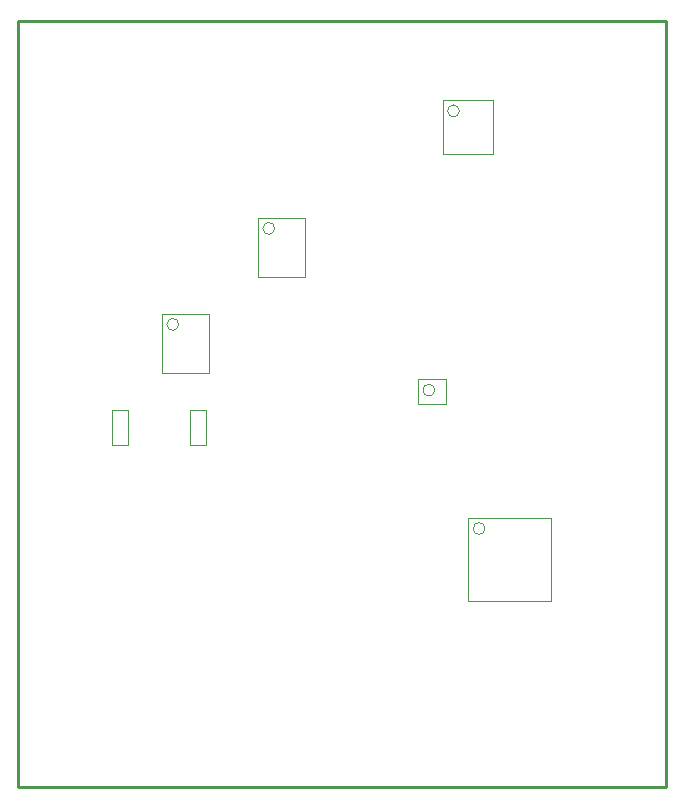
<source format=gko>
%FSLAX25Y25*%
%MOIN*%
G70*
G01*
G75*
G04 Layer_Color=16711935*
%ADD10R,0.05118X0.02362*%
%ADD11R,0.03937X0.04331*%
%ADD12R,0.16535X0.16535*%
%ADD13O,0.07087X0.02362*%
%ADD14R,0.05906X0.05118*%
%ADD15R,0.06299X0.02362*%
%ADD16O,0.09843X0.02756*%
%ADD17O,0.04921X0.01181*%
%ADD18R,0.04331X0.03937*%
%ADD19R,0.08465X0.01575*%
%ADD20R,0.08465X0.01575*%
%ADD21R,0.06496X0.01181*%
%ADD22O,0.06496X0.02165*%
%ADD23O,0.02165X0.06496*%
%ADD24R,0.07087X0.06299*%
%ADD25R,0.15748X0.39370*%
%ADD26C,0.00787*%
%ADD27C,0.03150*%
%ADD28C,0.04724*%
%ADD29C,0.01181*%
%ADD30C,0.01969*%
%ADD31C,0.05906*%
%ADD32C,0.01378*%
%ADD33C,0.01575*%
%ADD34C,0.01000*%
%ADD35C,0.03937*%
%ADD36C,0.00000*%
%ADD37C,0.00394*%
%ADD38C,0.05906*%
%ADD39R,0.05906X0.05906*%
%ADD40C,0.15000*%
%ADD41C,0.05315*%
%ADD42R,0.05315X0.05315*%
%ADD43R,0.05906X0.05906*%
%ADD44C,0.05906*%
%ADD45C,0.05000*%
%ADD46C,0.00984*%
%ADD47C,0.02362*%
%ADD48C,0.00800*%
%ADD49R,0.05918X0.03162*%
%ADD50R,0.04737X0.05131*%
%ADD51R,0.17335X0.17335*%
%ADD52O,0.07887X0.03162*%
%ADD53R,0.06706X0.05918*%
%ADD54R,0.07099X0.03162*%
%ADD55O,0.10642X0.03556*%
%ADD56O,0.05721X0.01981*%
%ADD57R,0.05131X0.04737*%
%ADD58R,0.09265X0.02375*%
%ADD59R,0.09265X0.02375*%
%ADD60R,0.07296X0.01981*%
%ADD61O,0.07296X0.02965*%
%ADD62O,0.02965X0.07296*%
%ADD63R,0.07887X0.07099*%
%ADD64R,0.16548X0.40170*%
%ADD65C,0.06706*%
%ADD66R,0.06706X0.06706*%
%ADD67C,0.15800*%
%ADD68C,0.06115*%
%ADD69R,0.06115X0.06115*%
%ADD70R,0.06706X0.06706*%
%ADD71C,0.06706*%
%ADD72C,0.05800*%
D34*
X0Y0D02*
Y255500D01*
X216000D01*
Y0D02*
Y255500D01*
X0Y0D02*
X216000D01*
X0D02*
Y255500D01*
X216000D01*
Y0D02*
Y255500D01*
X0Y0D02*
X216000D01*
D37*
X147205Y225453D02*
G03*
X147205Y225453I-1969J0D01*
G01*
X85638Y186299D02*
G03*
X85638Y186299I-1969J0D01*
G01*
X53638Y154299D02*
G03*
X53638Y154299I-1969J0D01*
G01*
X138984Y132394D02*
G03*
X138984Y132394I-1969J0D01*
G01*
X155732Y86236D02*
G03*
X155732Y86236I-1969J0D01*
G01*
X31244Y114094D02*
X36756D01*
X31244Y125906D02*
X36756D01*
Y114094D02*
Y125906D01*
X31244Y114094D02*
Y125906D01*
X141693Y211004D02*
Y228996D01*
X158307Y211004D02*
Y228996D01*
X141693D02*
X158307D01*
X141693Y211004D02*
X158307D01*
X57244Y114094D02*
X62756D01*
X57244Y125906D02*
X62756D01*
Y114094D02*
Y125906D01*
X57244Y114094D02*
Y125906D01*
X80126Y170157D02*
X95874D01*
X80126Y189843D02*
X95874D01*
Y170157D02*
Y189843D01*
X80126Y170157D02*
Y189843D01*
X48126Y138157D02*
X63874D01*
X48126Y157843D02*
X63874D01*
Y138157D02*
Y157843D01*
X48126Y138157D02*
Y157843D01*
X133276Y127866D02*
X142724D01*
X133276Y136134D02*
X142724D01*
Y127866D02*
Y136134D01*
X133276Y127866D02*
Y136134D01*
X150220Y62220D02*
Y89780D01*
X177780Y62220D02*
Y89780D01*
X150220D02*
X177780D01*
X150220Y62220D02*
X177780D01*
M02*

</source>
